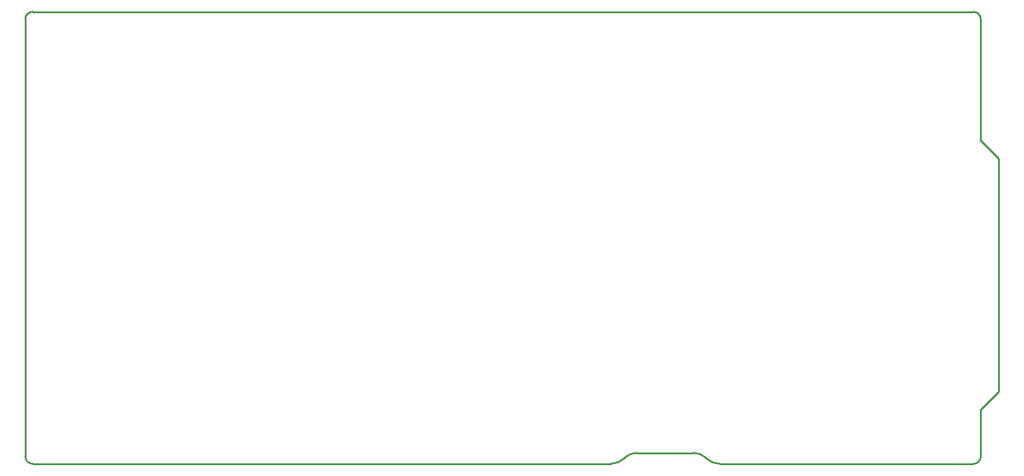
<source format=gm1>
G04*
G04 #@! TF.GenerationSoftware,Altium Limited,Altium Designer,23.11.1 (41)*
G04*
G04 Layer_Color=9798249*
%FSLAX24Y24*%
%MOIN*%
G70*
G04*
G04 #@! TF.SameCoordinates,7572C3C8-2950-46ED-BF1E-06EED60B5480*
G04*
G04*
G04 #@! TF.FilePolarity,Positive*
G04*
G01*
G75*
%ADD11C,0.0100*%
D11*
X32322Y0D02*
G03*
X33079Y313I0J1069D01*
G01*
X37574D02*
G03*
X38331Y0I756J756D01*
G01*
X33752Y600D02*
G03*
X33144Y379I0J-945D01*
G01*
X37509D02*
G03*
X36901Y600I-607J-724D01*
G01*
X400Y25000D02*
G03*
X0Y24600I0J-400D01*
G01*
Y400D02*
G03*
X400Y-0I400J0D01*
G01*
X52350Y0D02*
G03*
X52750Y400I0J400D01*
G01*
Y24600D02*
G03*
X52350Y25000I-400J0D01*
G01*
X33079Y313D02*
X33144Y379D01*
X37509D02*
X37574Y313D01*
X33752Y600D02*
X36901D01*
X38331Y0D02*
X52350Y0D01*
X400Y-0D02*
X32322Y0D01*
X52750Y17900D02*
Y24600D01*
X0Y400D02*
Y24600D01*
X52750Y400D02*
Y3000D01*
X53750Y4000D01*
Y16900D01*
X52750Y17900D02*
X53750Y16900D01*
X400Y25000D02*
X52350D01*
M02*

</source>
